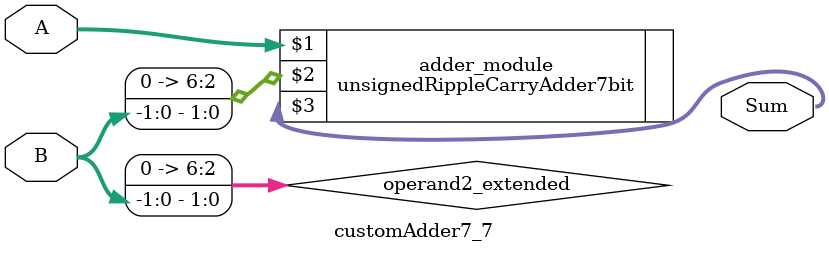
<source format=v>
module customAdder7_7(
                        input [6 : 0] A,
                        input [-1 : 0] B,
                        
                        output [7 : 0] Sum
                );

        wire [6 : 0] operand2_extended;
        
        assign operand2_extended =  {7'b0, B};
        
        unsignedRippleCarryAdder7bit adder_module(
            A,
            operand2_extended,
            Sum
        );
        
        endmodule
        
</source>
